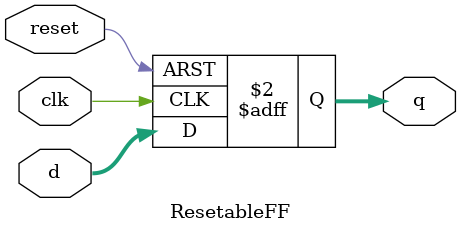
<source format=sv>

module ResetableFF #(parameter WIDTH = 32)
(
	input logic clk, reset,
	input logic [WIDTH-1:0] d,
	output logic [WIDTH-1:0] q
);

always_ff @(posedge clk, posedge reset)
	if (reset) 
		q <= 0;
	else 
		q <= d;

endmodule 
</source>
